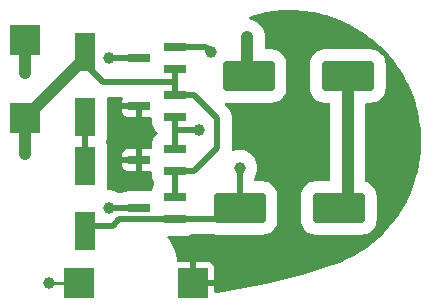
<source format=gbr>
%TF.GenerationSoftware,KiCad,Pcbnew,(6.0.1)*%
%TF.CreationDate,2022-02-14T16:30:39+01:00*%
%TF.ProjectId,Gleichrichter_Fernlicht,476c6569-6368-4726-9963-687465725f46,rev?*%
%TF.SameCoordinates,Original*%
%TF.FileFunction,Copper,L2,Bot*%
%TF.FilePolarity,Positive*%
%FSLAX46Y46*%
G04 Gerber Fmt 4.6, Leading zero omitted, Abs format (unit mm)*
G04 Created by KiCad (PCBNEW (6.0.1)) date 2022-02-14 16:30:39*
%MOMM*%
%LPD*%
G01*
G04 APERTURE LIST*
G04 Aperture macros list*
%AMRoundRect*
0 Rectangle with rounded corners*
0 $1 Rounding radius*
0 $2 $3 $4 $5 $6 $7 $8 $9 X,Y pos of 4 corners*
0 Add a 4 corners polygon primitive as box body*
4,1,4,$2,$3,$4,$5,$6,$7,$8,$9,$2,$3,0*
0 Add four circle primitives for the rounded corners*
1,1,$1+$1,$2,$3*
1,1,$1+$1,$4,$5*
1,1,$1+$1,$6,$7*
1,1,$1+$1,$8,$9*
0 Add four rect primitives between the rounded corners*
20,1,$1+$1,$2,$3,$4,$5,0*
20,1,$1+$1,$4,$5,$6,$7,0*
20,1,$1+$1,$6,$7,$8,$9,0*
20,1,$1+$1,$8,$9,$2,$3,0*%
G04 Aperture macros list end*
%TA.AperFunction,SMDPad,CuDef*%
%ADD10RoundRect,0.250000X1.950000X1.000000X-1.950000X1.000000X-1.950000X-1.000000X1.950000X-1.000000X0*%
%TD*%
%TA.AperFunction,SMDPad,CuDef*%
%ADD11R,1.900000X0.800000*%
%TD*%
%TA.AperFunction,SMDPad,CuDef*%
%ADD12R,2.500000X2.500000*%
%TD*%
%TA.AperFunction,SMDPad,CuDef*%
%ADD13R,1.700000X3.300000*%
%TD*%
%TA.AperFunction,ViaPad*%
%ADD14C,1.000000*%
%TD*%
%TA.AperFunction,Conductor*%
%ADD15C,0.500000*%
%TD*%
%TA.AperFunction,Conductor*%
%ADD16C,1.000000*%
%TD*%
%TA.AperFunction,Conductor*%
%ADD17C,0.250000*%
%TD*%
G04 APERTURE END LIST*
D10*
%TO.P,C1,1*%
%TO.N,Net-(C1-Pad1)*%
X162442000Y-103124000D03*
%TO.P,C1,2*%
%TO.N,DYN_1*%
X154042000Y-103124000D03*
%TD*%
D11*
%TO.P,Q4,1,G*%
%TO.N,Net-(C2-Pad2)*%
X147804000Y-100650000D03*
%TO.P,Q4,2,D*%
%TO.N,DYN_2*%
X147804000Y-102550000D03*
%TO.P,Q4,3,S*%
%TO.N,DC+*%
X144804000Y-101600000D03*
%TD*%
D12*
%TO.P,TP2,1,1*%
%TO.N,DC-*%
X149352000Y-120650000D03*
%TD*%
D11*
%TO.P,Q2,1,G*%
%TO.N,DYN_2*%
X147804000Y-113350000D03*
%TO.P,Q2,2,D*%
%TO.N,Net-(C2-Pad2)*%
X147804000Y-115250000D03*
%TO.P,Q2,3,S*%
%TO.N,DC+*%
X144804000Y-114300000D03*
%TD*%
D10*
%TO.P,C2,1*%
%TO.N,Net-(C1-Pad1)*%
X161680000Y-114300000D03*
%TO.P,C2,2*%
%TO.N,Net-(C2-Pad2)*%
X153280000Y-114300000D03*
%TD*%
D12*
%TO.P,TP4,1,1*%
%TO.N,DYN_2*%
X135128000Y-106680000D03*
%TD*%
%TO.P,TP3,1,1*%
%TO.N,DC+*%
X139700000Y-120650000D03*
%TD*%
D11*
%TO.P,Q1,1,G*%
%TO.N,DYN_2*%
X147804000Y-104714000D03*
%TO.P,Q1,2,D*%
%TO.N,Net-(C2-Pad2)*%
X147804000Y-106614000D03*
%TO.P,Q1,3,S*%
%TO.N,DC-*%
X144804000Y-105664000D03*
%TD*%
D13*
%TO.P,D2,1,K*%
%TO.N,DYN_2*%
X140208000Y-101136000D03*
%TO.P,D2,2,A*%
%TO.N,Net-(D1-Pad2)*%
X140208000Y-106636000D03*
%TD*%
D11*
%TO.P,Q3,1,G*%
%TO.N,Net-(C2-Pad2)*%
X147804000Y-109286000D03*
%TO.P,Q3,2,D*%
%TO.N,DYN_2*%
X147804000Y-111186000D03*
%TO.P,Q3,3,S*%
%TO.N,DC-*%
X144804000Y-110236000D03*
%TD*%
D12*
%TO.P,TP1,1,1*%
%TO.N,DYN_1*%
X135128000Y-100076000D03*
%TD*%
D13*
%TO.P,D1,1,K*%
%TO.N,Net-(C2-Pad2)*%
X140208000Y-116288000D03*
%TO.P,D1,2,A*%
%TO.N,Net-(D1-Pad2)*%
X140208000Y-110788000D03*
%TD*%
D14*
%TO.N,DYN_1*%
X135128000Y-102870000D03*
X153924000Y-99822000D03*
%TO.N,Net-(C2-Pad2)*%
X149836000Y-107720000D03*
X153280000Y-110880000D03*
X150876000Y-101092000D03*
%TO.N,DYN_2*%
X135128000Y-109728000D03*
%TO.N,DC-*%
X144804000Y-107950000D03*
X149352000Y-117348000D03*
%TO.N,DC+*%
X142240000Y-101600000D03*
X142240000Y-114300000D03*
X137160000Y-120650000D03*
%TD*%
D15*
%TO.N,Net-(C2-Pad2)*%
X142544800Y-115824000D02*
X140672000Y-115824000D01*
X143118800Y-115250000D02*
X142544800Y-115824000D01*
X147804000Y-115250000D02*
X143118800Y-115250000D01*
D16*
%TO.N,DYN_2*%
X140208000Y-101600000D02*
X140208000Y-101136000D01*
X135128000Y-106680000D02*
X140208000Y-101600000D01*
%TO.N,Net-(C1-Pad1)*%
X162442000Y-103124000D02*
X162442000Y-113538000D01*
X162442000Y-113538000D02*
X161680000Y-114300000D01*
D17*
%TO.N,DYN_1*%
X154042000Y-103124000D02*
X153924000Y-103006000D01*
D16*
X153924000Y-103006000D02*
X153924000Y-99822000D01*
X135128000Y-102870000D02*
X135128000Y-100076000D01*
D15*
%TO.N,Net-(C2-Pad2)*%
X150302000Y-115250000D02*
X152330000Y-115250000D01*
X147804000Y-115250000D02*
X150302000Y-115250000D01*
X147804000Y-107720000D02*
X147804000Y-106614000D01*
X150876000Y-101092000D02*
X150434000Y-100650000D01*
X147804000Y-109286000D02*
X147804000Y-107720000D01*
D17*
X152330000Y-115250000D02*
X153280000Y-114300000D01*
X140672000Y-115824000D02*
X140208000Y-116288000D01*
D15*
X150434000Y-100650000D02*
X149860000Y-100650000D01*
X147804000Y-107720000D02*
X149836000Y-107720000D01*
X147804000Y-100650000D02*
X149926000Y-100650000D01*
X153280000Y-114300000D02*
X153280000Y-110880000D01*
%TO.N,Net-(D1-Pad2)*%
X140208000Y-106636000D02*
X140208000Y-110788000D01*
%TO.N,DYN_2*%
X147804000Y-103656000D02*
X147804000Y-102550000D01*
X151384000Y-106680000D02*
X149418000Y-104714000D01*
X151384000Y-109220000D02*
X151384000Y-106680000D01*
X147804000Y-113350000D02*
X147804000Y-111186000D01*
D16*
X135128000Y-106680000D02*
X135128000Y-109728000D01*
D15*
X141756000Y-103656000D02*
X147804000Y-103656000D01*
X149418000Y-104714000D02*
X147804000Y-104714000D01*
D17*
X140208000Y-101136000D02*
X140208000Y-102108000D01*
D15*
X149418000Y-111186000D02*
X151384000Y-109220000D01*
X140208000Y-102108000D02*
X141756000Y-103656000D01*
X147804000Y-111186000D02*
X149418000Y-111186000D01*
X147804000Y-104714000D02*
X147804000Y-103656000D01*
%TO.N,DC-*%
X144804000Y-110236000D02*
X144804000Y-105664000D01*
X149352000Y-120650000D02*
X149352000Y-117348000D01*
D17*
%TO.N,DC+*%
X139700000Y-120650000D02*
X137160000Y-120650000D01*
D15*
X144804000Y-114300000D02*
X142240000Y-114300000D01*
X144804000Y-101600000D02*
X142240000Y-101600000D01*
%TD*%
%TA.AperFunction,Conductor*%
%TO.N,DC-*%
G36*
X157810567Y-97554490D02*
G01*
X158143714Y-97562035D01*
X158151080Y-97562418D01*
X158558435Y-97595639D01*
X158793337Y-97614796D01*
X158800690Y-97615614D01*
X159438733Y-97705592D01*
X159446025Y-97706839D01*
X160077724Y-97834118D01*
X160084930Y-97835792D01*
X160708072Y-97999929D01*
X160715129Y-98002011D01*
X161066072Y-98116863D01*
X161327549Y-98202436D01*
X161334510Y-98204942D01*
X161934116Y-98440967D01*
X161940918Y-98443878D01*
X162165591Y-98547935D01*
X162485463Y-98696083D01*
X162525627Y-98714685D01*
X162532240Y-98717987D01*
X163100059Y-99022652D01*
X163106458Y-99026331D01*
X163251113Y-99115256D01*
X163655406Y-99363792D01*
X163661593Y-99367850D01*
X164189794Y-99736953D01*
X164195731Y-99741367D01*
X164355758Y-99867796D01*
X164630302Y-100084698D01*
X164701348Y-100140828D01*
X164707011Y-100145579D01*
X165188326Y-100574042D01*
X165193684Y-100579100D01*
X165647336Y-101033386D01*
X165649016Y-101035068D01*
X165654083Y-101040448D01*
X165956400Y-101381014D01*
X166081871Y-101522360D01*
X166086612Y-101528028D01*
X166367466Y-101884540D01*
X166485373Y-102034209D01*
X166489778Y-102040151D01*
X166653635Y-102275336D01*
X166858140Y-102568864D01*
X166862187Y-102575053D01*
X167197436Y-103122114D01*
X167198879Y-103124469D01*
X167202557Y-103130886D01*
X167407496Y-103514124D01*
X167506423Y-103699118D01*
X167509719Y-103705742D01*
X167779712Y-104290836D01*
X167782613Y-104297642D01*
X168017793Y-104897557D01*
X168020289Y-104904518D01*
X168028385Y-104929375D01*
X168219857Y-105517216D01*
X168221941Y-105524315D01*
X168241005Y-105597105D01*
X168376776Y-106115490D01*
X168385206Y-106147678D01*
X168386867Y-106154878D01*
X168469127Y-106566105D01*
X168513260Y-106786731D01*
X168514498Y-106794026D01*
X168603589Y-107432224D01*
X168604396Y-107439578D01*
X168655873Y-108081877D01*
X168656248Y-108089266D01*
X168669938Y-108733508D01*
X168669878Y-108740906D01*
X168645733Y-109384845D01*
X168645238Y-109392227D01*
X168631726Y-109532243D01*
X168583893Y-110027900D01*
X168583343Y-110033597D01*
X168582418Y-110040928D01*
X168483303Y-110675532D01*
X168482978Y-110677611D01*
X168481625Y-110684870D01*
X168354668Y-111269999D01*
X168344991Y-111314599D01*
X168343212Y-111321776D01*
X168311791Y-111434264D01*
X168169850Y-111942409D01*
X168167651Y-111949473D01*
X167958165Y-112558848D01*
X167955555Y-112565771D01*
X167710670Y-113161787D01*
X167707659Y-113168545D01*
X167428206Y-113749176D01*
X167424803Y-113755746D01*
X167111749Y-114318980D01*
X167107966Y-114325338D01*
X166762410Y-114869201D01*
X166758261Y-114875327D01*
X166467390Y-115278697D01*
X166381359Y-115398001D01*
X166376862Y-115403866D01*
X166296204Y-115502902D01*
X165969938Y-115903508D01*
X165965110Y-115909093D01*
X165529555Y-116383998D01*
X165524413Y-116389285D01*
X165061732Y-116837810D01*
X165056271Y-116842801D01*
X164568076Y-117263385D01*
X164562331Y-117268047D01*
X164050315Y-117659235D01*
X164044311Y-117663550D01*
X163632061Y-117941779D01*
X163510175Y-118024040D01*
X163503923Y-118027997D01*
X162949573Y-118356502D01*
X162943100Y-118360085D01*
X162370425Y-118655486D01*
X162363754Y-118658682D01*
X161774711Y-118919970D01*
X161767899Y-118922756D01*
X161211271Y-119131494D01*
X161194225Y-119136547D01*
X161172946Y-119141251D01*
X161172882Y-119141279D01*
X161172810Y-119141295D01*
X161148519Y-119151945D01*
X161131941Y-119159213D01*
X161120496Y-119163580D01*
X159861527Y-119575109D01*
X159858318Y-119576111D01*
X158549343Y-119965657D01*
X158546109Y-119966572D01*
X157227299Y-120321039D01*
X157224042Y-120321869D01*
X155896112Y-120641062D01*
X155892833Y-120641803D01*
X155400366Y-120746364D01*
X154556987Y-120925432D01*
X154553722Y-120926081D01*
X153210667Y-121173997D01*
X153207400Y-121174555D01*
X152283807Y-121319681D01*
X151858233Y-121386552D01*
X151854905Y-121387029D01*
X151252231Y-121465318D01*
X151182102Y-121454258D01*
X151129084Y-121407039D01*
X151110000Y-121340368D01*
X151110000Y-120922115D01*
X151105525Y-120906876D01*
X151104135Y-120905671D01*
X151096452Y-120904000D01*
X149224000Y-120904000D01*
X149155879Y-120883998D01*
X149109386Y-120830342D01*
X149098000Y-120778000D01*
X149098000Y-120377885D01*
X149606000Y-120377885D01*
X149610475Y-120393124D01*
X149611865Y-120394329D01*
X149619548Y-120396000D01*
X151091884Y-120396000D01*
X151107123Y-120391525D01*
X151108328Y-120390135D01*
X151109999Y-120382452D01*
X151109999Y-119355331D01*
X151109629Y-119348510D01*
X151104105Y-119297648D01*
X151100479Y-119282396D01*
X151055324Y-119161946D01*
X151046786Y-119146351D01*
X150970285Y-119044276D01*
X150957724Y-119031715D01*
X150855649Y-118955214D01*
X150840054Y-118946676D01*
X150719606Y-118901522D01*
X150704351Y-118897895D01*
X150653486Y-118892369D01*
X150646672Y-118892000D01*
X149624115Y-118892000D01*
X149608876Y-118896475D01*
X149607671Y-118897865D01*
X149606000Y-118905548D01*
X149606000Y-120377885D01*
X149098000Y-120377885D01*
X149098000Y-118910116D01*
X149093525Y-118894877D01*
X149092135Y-118893672D01*
X149084452Y-118892001D01*
X148135319Y-118892001D01*
X148067198Y-118871999D01*
X148020705Y-118818343D01*
X148009716Y-118775997D01*
X148000939Y-118665710D01*
X148000674Y-118662379D01*
X147982737Y-118566993D01*
X147932352Y-118299055D01*
X147932350Y-118299047D01*
X147931734Y-118295771D01*
X147824227Y-117938565D01*
X147679371Y-117594805D01*
X147677752Y-117591878D01*
X147677748Y-117591870D01*
X147500429Y-117271320D01*
X147500425Y-117271314D01*
X147498805Y-117268385D01*
X147496878Y-117265638D01*
X147286511Y-116965758D01*
X147286509Y-116965755D01*
X147284576Y-116963000D01*
X147194049Y-116859410D01*
X147164286Y-116794956D01*
X147174094Y-116724640D01*
X147220361Y-116670789D01*
X147288927Y-116650500D01*
X148811816Y-116650500D01*
X148814603Y-116650251D01*
X148814609Y-116650251D01*
X148900455Y-116642589D01*
X148932087Y-116639766D01*
X149127470Y-116583741D01*
X149259269Y-116514838D01*
X149317644Y-116500500D01*
X150961037Y-116500500D01*
X150992372Y-116504459D01*
X151127098Y-116539051D01*
X151191232Y-116544267D01*
X151265311Y-116550293D01*
X151265323Y-116550293D01*
X151267862Y-116550500D01*
X155292138Y-116550500D01*
X155294677Y-116550293D01*
X155294689Y-116550293D01*
X155368768Y-116544267D01*
X155432902Y-116539051D01*
X155649113Y-116483537D01*
X155654216Y-116481201D01*
X155654218Y-116481200D01*
X155725915Y-116448374D01*
X155852075Y-116390614D01*
X155861619Y-116383981D01*
X156030767Y-116266420D01*
X156030769Y-116266418D01*
X156035375Y-116263217D01*
X156193217Y-116105375D01*
X156320614Y-115922075D01*
X156413537Y-115719113D01*
X156469051Y-115502902D01*
X156477106Y-115403872D01*
X156480293Y-115364689D01*
X156480293Y-115364677D01*
X156480500Y-115362138D01*
X158479500Y-115362138D01*
X158479707Y-115364677D01*
X158479707Y-115364689D01*
X158482894Y-115403872D01*
X158490949Y-115502902D01*
X158546463Y-115719113D01*
X158639386Y-115922075D01*
X158766783Y-116105375D01*
X158924625Y-116263217D01*
X158929231Y-116266418D01*
X158929233Y-116266420D01*
X159098381Y-116383981D01*
X159107925Y-116390614D01*
X159234085Y-116448374D01*
X159305782Y-116481200D01*
X159305784Y-116481201D01*
X159310887Y-116483537D01*
X159527098Y-116539051D01*
X159591232Y-116544267D01*
X159665311Y-116550293D01*
X159665323Y-116550293D01*
X159667862Y-116550500D01*
X163692138Y-116550500D01*
X163694677Y-116550293D01*
X163694689Y-116550293D01*
X163768768Y-116544267D01*
X163832902Y-116539051D01*
X164049113Y-116483537D01*
X164054216Y-116481201D01*
X164054218Y-116481200D01*
X164125915Y-116448374D01*
X164252075Y-116390614D01*
X164261619Y-116383981D01*
X164430767Y-116266420D01*
X164430769Y-116266418D01*
X164435375Y-116263217D01*
X164593217Y-116105375D01*
X164720614Y-115922075D01*
X164813537Y-115719113D01*
X164869051Y-115502902D01*
X164877106Y-115403872D01*
X164880293Y-115364689D01*
X164880293Y-115364677D01*
X164880500Y-115362138D01*
X164880500Y-113237862D01*
X164869051Y-113097098D01*
X164813537Y-112880887D01*
X164784346Y-112817127D01*
X164761006Y-112766149D01*
X164720614Y-112677925D01*
X164681644Y-112621854D01*
X164596420Y-112499233D01*
X164596418Y-112499231D01*
X164593217Y-112494625D01*
X164435375Y-112336783D01*
X164430769Y-112333582D01*
X164430767Y-112333580D01*
X164256681Y-112212587D01*
X164256679Y-112212586D01*
X164252075Y-112209386D01*
X164107853Y-112143356D01*
X164054218Y-112118800D01*
X164054216Y-112118799D01*
X164049113Y-112116463D01*
X164037160Y-112113394D01*
X163976157Y-112077079D01*
X163944470Y-112013546D01*
X163942500Y-111991354D01*
X163942500Y-105500500D01*
X163962502Y-105432379D01*
X164016158Y-105385886D01*
X164068500Y-105374500D01*
X164454138Y-105374500D01*
X164456677Y-105374293D01*
X164456689Y-105374293D01*
X164530768Y-105368267D01*
X164594902Y-105363051D01*
X164811113Y-105307537D01*
X164816216Y-105305201D01*
X164816218Y-105305200D01*
X164887915Y-105272374D01*
X165014075Y-105214614D01*
X165018681Y-105211413D01*
X165192767Y-105090420D01*
X165192769Y-105090418D01*
X165197375Y-105087217D01*
X165355217Y-104929375D01*
X165482614Y-104746075D01*
X165575537Y-104543113D01*
X165631051Y-104326902D01*
X165638573Y-104234417D01*
X165642293Y-104188689D01*
X165642293Y-104188677D01*
X165642500Y-104186138D01*
X165642500Y-102061862D01*
X165640815Y-102041138D01*
X165631486Y-101926451D01*
X165631051Y-101921098D01*
X165575537Y-101704887D01*
X165482614Y-101501925D01*
X165398579Y-101381014D01*
X165358420Y-101323233D01*
X165358418Y-101323231D01*
X165355217Y-101318625D01*
X165197375Y-101160783D01*
X165192769Y-101157582D01*
X165192767Y-101157580D01*
X165018681Y-101036587D01*
X165018679Y-101036586D01*
X165014075Y-101033386D01*
X164887915Y-100975626D01*
X164816218Y-100942800D01*
X164816216Y-100942799D01*
X164811113Y-100940463D01*
X164594902Y-100884949D01*
X164530768Y-100879733D01*
X164456689Y-100873707D01*
X164456677Y-100873707D01*
X164454138Y-100873500D01*
X160429862Y-100873500D01*
X160427323Y-100873707D01*
X160427311Y-100873707D01*
X160353232Y-100879733D01*
X160289098Y-100884949D01*
X160072887Y-100940463D01*
X160067784Y-100942799D01*
X160067782Y-100942800D01*
X159996085Y-100975626D01*
X159869925Y-101033386D01*
X159865321Y-101036586D01*
X159865319Y-101036587D01*
X159691233Y-101157580D01*
X159691231Y-101157582D01*
X159686625Y-101160783D01*
X159528783Y-101318625D01*
X159525582Y-101323231D01*
X159525580Y-101323233D01*
X159485421Y-101381014D01*
X159401386Y-101501925D01*
X159308463Y-101704887D01*
X159252949Y-101921098D01*
X159252514Y-101926451D01*
X159243186Y-102041138D01*
X159241500Y-102061862D01*
X159241500Y-104186138D01*
X159241707Y-104188677D01*
X159241707Y-104188689D01*
X159245427Y-104234417D01*
X159252949Y-104326902D01*
X159308463Y-104543113D01*
X159401386Y-104746075D01*
X159528783Y-104929375D01*
X159686625Y-105087217D01*
X159691231Y-105090418D01*
X159691233Y-105090420D01*
X159865319Y-105211413D01*
X159869925Y-105214614D01*
X159996085Y-105272374D01*
X160067782Y-105305200D01*
X160067784Y-105305201D01*
X160072887Y-105307537D01*
X160289098Y-105363051D01*
X160353232Y-105368267D01*
X160427311Y-105374293D01*
X160427323Y-105374293D01*
X160429862Y-105374500D01*
X160815500Y-105374500D01*
X160883621Y-105394502D01*
X160930114Y-105448158D01*
X160941500Y-105500500D01*
X160941500Y-111923500D01*
X160921498Y-111991621D01*
X160867842Y-112038114D01*
X160815500Y-112049500D01*
X159667862Y-112049500D01*
X159665323Y-112049707D01*
X159665311Y-112049707D01*
X159591232Y-112055733D01*
X159527098Y-112060949D01*
X159310887Y-112116463D01*
X159305784Y-112118799D01*
X159305782Y-112118800D01*
X159252147Y-112143356D01*
X159107925Y-112209386D01*
X159103321Y-112212586D01*
X159103319Y-112212587D01*
X158929233Y-112333580D01*
X158929231Y-112333582D01*
X158924625Y-112336783D01*
X158766783Y-112494625D01*
X158763582Y-112499231D01*
X158763580Y-112499233D01*
X158678356Y-112621854D01*
X158639386Y-112677925D01*
X158598994Y-112766149D01*
X158575655Y-112817127D01*
X158546463Y-112880887D01*
X158490949Y-113097098D01*
X158479500Y-113237862D01*
X158479500Y-115362138D01*
X156480500Y-115362138D01*
X156480500Y-113237862D01*
X156469051Y-113097098D01*
X156413537Y-112880887D01*
X156384346Y-112817127D01*
X156361006Y-112766149D01*
X156320614Y-112677925D01*
X156281644Y-112621854D01*
X156196420Y-112499233D01*
X156196418Y-112499231D01*
X156193217Y-112494625D01*
X156035375Y-112336783D01*
X156030769Y-112333582D01*
X156030767Y-112333580D01*
X155856681Y-112212587D01*
X155856679Y-112212586D01*
X155852075Y-112209386D01*
X155707853Y-112143356D01*
X155654218Y-112118800D01*
X155654216Y-112118799D01*
X155649113Y-112116463D01*
X155432902Y-112060949D01*
X155368768Y-112055733D01*
X155294689Y-112049707D01*
X155294677Y-112049707D01*
X155292138Y-112049500D01*
X154656500Y-112049500D01*
X154588379Y-112029498D01*
X154541886Y-111975842D01*
X154530500Y-111923500D01*
X154530500Y-111751827D01*
X154554177Y-111678301D01*
X154567569Y-111659664D01*
X154570588Y-111655463D01*
X154679911Y-111434264D01*
X154713045Y-111325207D01*
X154750135Y-111203132D01*
X154750136Y-111203126D01*
X154751639Y-111198180D01*
X154776337Y-111010579D01*
X154783408Y-110956872D01*
X154783409Y-110956866D01*
X154783845Y-110953550D01*
X154784223Y-110938088D01*
X154785561Y-110883364D01*
X154785561Y-110883360D01*
X154785643Y-110880000D01*
X154772846Y-110724354D01*
X154765849Y-110639240D01*
X154765848Y-110639234D01*
X154765425Y-110634089D01*
X154705316Y-110394783D01*
X154606928Y-110168507D01*
X154472905Y-109961339D01*
X154306846Y-109778842D01*
X154302795Y-109775643D01*
X154302791Y-109775639D01*
X154117264Y-109629119D01*
X154117259Y-109629116D01*
X154113210Y-109625918D01*
X154108694Y-109623425D01*
X154108691Y-109623423D01*
X153901722Y-109509170D01*
X153901718Y-109509168D01*
X153897198Y-109506673D01*
X153892329Y-109504949D01*
X153892325Y-109504947D01*
X153669485Y-109426035D01*
X153669481Y-109426034D01*
X153664610Y-109424309D01*
X153659517Y-109423402D01*
X153659514Y-109423401D01*
X153426783Y-109381945D01*
X153426777Y-109381944D01*
X153421694Y-109381039D01*
X153342324Y-109380069D01*
X153180142Y-109378088D01*
X153180140Y-109378088D01*
X153174972Y-109378025D01*
X152931070Y-109415347D01*
X152831345Y-109447942D01*
X152798596Y-109458646D01*
X152727632Y-109460797D01*
X152666770Y-109424241D01*
X152635334Y-109360583D01*
X152635132Y-109323110D01*
X152634864Y-109323090D01*
X152635113Y-109319694D01*
X152635107Y-109318523D01*
X152635274Y-109317501D01*
X152635274Y-109317498D01*
X152636182Y-109311954D01*
X152634516Y-109205894D01*
X152634500Y-109203916D01*
X152634500Y-106770862D01*
X152635578Y-106754415D01*
X152637720Y-106738147D01*
X152637720Y-106738145D01*
X152638453Y-106732578D01*
X152634640Y-106651729D01*
X152634500Y-106645793D01*
X152634500Y-106623370D01*
X152632196Y-106597548D01*
X152631837Y-106592287D01*
X152630026Y-106553884D01*
X152627937Y-106509602D01*
X152626686Y-106504139D01*
X152626685Y-106504133D01*
X152623972Y-106492289D01*
X152621290Y-106475355D01*
X152620210Y-106463257D01*
X152619711Y-106457661D01*
X152597869Y-106377819D01*
X152596583Y-106372701D01*
X152579355Y-106297479D01*
X152579355Y-106297478D01*
X152578103Y-106292013D01*
X152575905Y-106286859D01*
X152575901Y-106286848D01*
X152571134Y-106275674D01*
X152565495Y-106259483D01*
X152562290Y-106247767D01*
X152560808Y-106242349D01*
X152525165Y-106167623D01*
X152523007Y-106162843D01*
X152499900Y-106108669D01*
X152490524Y-106086687D01*
X152480764Y-106071829D01*
X152472358Y-106056909D01*
X152464708Y-106040871D01*
X152461433Y-106036313D01*
X152416402Y-105973646D01*
X152413413Y-105969297D01*
X152370506Y-105903977D01*
X152367970Y-105900116D01*
X152364896Y-105896666D01*
X152364890Y-105896658D01*
X152349596Y-105879492D01*
X152341352Y-105869203D01*
X152340293Y-105867729D01*
X152334448Y-105859595D01*
X152258209Y-105785714D01*
X152256799Y-105784325D01*
X152062069Y-105589595D01*
X152028043Y-105527283D01*
X152033108Y-105456468D01*
X152075655Y-105399632D01*
X152142175Y-105374821D01*
X152151164Y-105374500D01*
X156054138Y-105374500D01*
X156056677Y-105374293D01*
X156056689Y-105374293D01*
X156130768Y-105368267D01*
X156194902Y-105363051D01*
X156411113Y-105307537D01*
X156416216Y-105305201D01*
X156416218Y-105305200D01*
X156487915Y-105272374D01*
X156614075Y-105214614D01*
X156618681Y-105211413D01*
X156792767Y-105090420D01*
X156792769Y-105090418D01*
X156797375Y-105087217D01*
X156955217Y-104929375D01*
X157082614Y-104746075D01*
X157175537Y-104543113D01*
X157231051Y-104326902D01*
X157238573Y-104234417D01*
X157242293Y-104188689D01*
X157242293Y-104188677D01*
X157242500Y-104186138D01*
X157242500Y-102061862D01*
X157240815Y-102041138D01*
X157231486Y-101926451D01*
X157231051Y-101921098D01*
X157175537Y-101704887D01*
X157082614Y-101501925D01*
X156998579Y-101381014D01*
X156958420Y-101323233D01*
X156958418Y-101323231D01*
X156955217Y-101318625D01*
X156797375Y-101160783D01*
X156792769Y-101157582D01*
X156792767Y-101157580D01*
X156618681Y-101036587D01*
X156618679Y-101036586D01*
X156614075Y-101033386D01*
X156487915Y-100975626D01*
X156416218Y-100942800D01*
X156416216Y-100942799D01*
X156411113Y-100940463D01*
X156194902Y-100884949D01*
X156130768Y-100879733D01*
X156056689Y-100873707D01*
X156056677Y-100873707D01*
X156054138Y-100873500D01*
X155550500Y-100873500D01*
X155482379Y-100853498D01*
X155435886Y-100799842D01*
X155424500Y-100747500D01*
X155424500Y-99929216D01*
X155425578Y-99912770D01*
X155427408Y-99898872D01*
X155427408Y-99898866D01*
X155427845Y-99895550D01*
X155428310Y-99876530D01*
X155429561Y-99825364D01*
X155429561Y-99825360D01*
X155429643Y-99822000D01*
X155414376Y-99636309D01*
X155409849Y-99581240D01*
X155409848Y-99581234D01*
X155409425Y-99576089D01*
X155349316Y-99336783D01*
X155260666Y-99132903D01*
X155252993Y-99115256D01*
X155252993Y-99115255D01*
X155250928Y-99110507D01*
X155116905Y-98903339D01*
X155105911Y-98891256D01*
X155001499Y-98776509D01*
X154950846Y-98720842D01*
X154946795Y-98717643D01*
X154946791Y-98717639D01*
X154761264Y-98571119D01*
X154761259Y-98571116D01*
X154757210Y-98567918D01*
X154752694Y-98565425D01*
X154752691Y-98565423D01*
X154545722Y-98451170D01*
X154545718Y-98451168D01*
X154541198Y-98448673D01*
X154536329Y-98446949D01*
X154536325Y-98446947D01*
X154313485Y-98368035D01*
X154313481Y-98368034D01*
X154308610Y-98366309D01*
X154303517Y-98365402D01*
X154303514Y-98365401D01*
X154240343Y-98354149D01*
X154154414Y-98338842D01*
X154090858Y-98307205D01*
X154054494Y-98246228D01*
X154056871Y-98175271D01*
X154097232Y-98116863D01*
X154135715Y-98095583D01*
X154282825Y-98045240D01*
X154289892Y-98043051D01*
X154910762Y-97870557D01*
X154917946Y-97868787D01*
X155547847Y-97733037D01*
X155555122Y-97731691D01*
X156191930Y-97633141D01*
X156199272Y-97632225D01*
X156840746Y-97571225D01*
X156848128Y-97570741D01*
X157492081Y-97547495D01*
X157499480Y-97547445D01*
X157810567Y-97554490D01*
G37*
%TD.AperFunction*%
%TA.AperFunction,Conductor*%
G36*
X143331777Y-104926502D02*
G01*
X143378270Y-104980158D01*
X143388374Y-105050432D01*
X143381638Y-105076730D01*
X143355522Y-105146394D01*
X143351895Y-105161649D01*
X143346369Y-105212514D01*
X143346000Y-105219328D01*
X143346000Y-105391885D01*
X143350475Y-105407124D01*
X143351865Y-105408329D01*
X143359548Y-105410000D01*
X144932000Y-105410000D01*
X145000121Y-105430002D01*
X145046614Y-105483658D01*
X145058000Y-105536000D01*
X145058000Y-106553884D01*
X145062475Y-106569123D01*
X145063865Y-106570328D01*
X145071548Y-106571999D01*
X145727500Y-106571999D01*
X145795621Y-106592001D01*
X145842114Y-106645657D01*
X145853500Y-106697999D01*
X145853500Y-107071816D01*
X145864234Y-107192087D01*
X145920259Y-107387470D01*
X146014427Y-107567596D01*
X146142891Y-107725109D01*
X146147831Y-107729138D01*
X146298913Y-107852357D01*
X146339061Y-107910912D01*
X146341178Y-107981877D01*
X146304593Y-108042721D01*
X146298912Y-108047643D01*
X146142891Y-108174891D01*
X146014427Y-108332404D01*
X145920259Y-108512530D01*
X145864234Y-108707913D01*
X145863701Y-108713886D01*
X145858634Y-108770664D01*
X145853500Y-108828184D01*
X145853500Y-109202000D01*
X145833498Y-109270121D01*
X145779842Y-109316614D01*
X145727500Y-109328000D01*
X145076115Y-109328000D01*
X145060876Y-109332475D01*
X145059671Y-109333865D01*
X145058000Y-109341548D01*
X145058000Y-111125884D01*
X145062475Y-111141123D01*
X145063865Y-111142328D01*
X145071548Y-111143999D01*
X145727500Y-111143999D01*
X145795621Y-111164001D01*
X145842114Y-111217657D01*
X145853500Y-111269999D01*
X145853500Y-111643816D01*
X145864234Y-111764087D01*
X145920259Y-111959470D01*
X146014427Y-112139596D01*
X146054203Y-112188367D01*
X146081756Y-112253796D01*
X146069561Y-112323737D01*
X146054206Y-112347630D01*
X146014427Y-112396404D01*
X145920259Y-112576530D01*
X145864234Y-112771913D01*
X145863701Y-112777886D01*
X145863701Y-112777887D01*
X145863093Y-112784698D01*
X145837117Y-112850771D01*
X145779541Y-112892312D01*
X145737592Y-112899500D01*
X143796184Y-112899500D01*
X143793397Y-112899749D01*
X143793391Y-112899749D01*
X143707545Y-112907411D01*
X143675913Y-112910234D01*
X143480530Y-112966259D01*
X143351319Y-113033809D01*
X143348731Y-113035162D01*
X143290356Y-113049500D01*
X143112169Y-113049500D01*
X143051276Y-113033809D01*
X142861727Y-112929173D01*
X142861726Y-112929172D01*
X142857198Y-112926673D01*
X142852329Y-112924949D01*
X142852325Y-112924947D01*
X142629485Y-112846035D01*
X142629481Y-112846034D01*
X142624610Y-112844309D01*
X142619517Y-112843402D01*
X142619514Y-112843401D01*
X142386783Y-112801945D01*
X142386777Y-112801944D01*
X142381694Y-112801039D01*
X142237307Y-112799275D01*
X142161170Y-112798345D01*
X142093299Y-112777512D01*
X142047465Y-112723292D01*
X142038220Y-112652900D01*
X142041591Y-112637622D01*
X142046113Y-112621854D01*
X142046114Y-112621847D01*
X142047766Y-112616087D01*
X142052563Y-112562342D01*
X142058251Y-112498609D01*
X142058251Y-112498603D01*
X142058500Y-112495816D01*
X142058500Y-110680669D01*
X143346001Y-110680669D01*
X143346371Y-110687490D01*
X143351895Y-110738352D01*
X143355521Y-110753604D01*
X143400676Y-110874054D01*
X143409214Y-110889649D01*
X143485715Y-110991724D01*
X143498276Y-111004285D01*
X143600351Y-111080786D01*
X143615946Y-111089324D01*
X143736394Y-111134478D01*
X143751649Y-111138105D01*
X143802514Y-111143631D01*
X143809328Y-111144000D01*
X144531885Y-111144000D01*
X144547124Y-111139525D01*
X144548329Y-111138135D01*
X144550000Y-111130452D01*
X144550000Y-110508115D01*
X144545525Y-110492876D01*
X144544135Y-110491671D01*
X144536452Y-110490000D01*
X143364116Y-110490000D01*
X143348877Y-110494475D01*
X143347672Y-110495865D01*
X143346001Y-110503548D01*
X143346001Y-110680669D01*
X142058500Y-110680669D01*
X142058500Y-109963885D01*
X143346000Y-109963885D01*
X143350475Y-109979124D01*
X143351865Y-109980329D01*
X143359548Y-109982000D01*
X144531885Y-109982000D01*
X144547124Y-109977525D01*
X144548329Y-109976135D01*
X144550000Y-109968452D01*
X144550000Y-109346116D01*
X144545525Y-109330877D01*
X144544135Y-109329672D01*
X144536452Y-109328001D01*
X143809331Y-109328001D01*
X143802510Y-109328371D01*
X143751648Y-109333895D01*
X143736396Y-109337521D01*
X143615946Y-109382676D01*
X143600351Y-109391214D01*
X143498276Y-109467715D01*
X143485715Y-109480276D01*
X143409214Y-109582351D01*
X143400676Y-109597946D01*
X143355522Y-109718394D01*
X143351895Y-109733649D01*
X143346369Y-109784514D01*
X143346000Y-109791328D01*
X143346000Y-109963885D01*
X142058500Y-109963885D01*
X142058500Y-109080184D01*
X142047766Y-108959913D01*
X141991741Y-108764530D01*
X141988786Y-108758878D01*
X141988751Y-108758790D01*
X141982026Y-108688112D01*
X141988751Y-108665210D01*
X141988786Y-108665122D01*
X141991741Y-108659470D01*
X141998423Y-108636169D01*
X142046113Y-108469851D01*
X142047766Y-108464087D01*
X142058500Y-108343816D01*
X142058500Y-106108669D01*
X143346001Y-106108669D01*
X143346371Y-106115490D01*
X143351895Y-106166352D01*
X143355521Y-106181604D01*
X143400676Y-106302054D01*
X143409214Y-106317649D01*
X143485715Y-106419724D01*
X143498276Y-106432285D01*
X143600351Y-106508786D01*
X143615946Y-106517324D01*
X143736394Y-106562478D01*
X143751649Y-106566105D01*
X143802514Y-106571631D01*
X143809328Y-106572000D01*
X144531885Y-106572000D01*
X144547124Y-106567525D01*
X144548329Y-106566135D01*
X144550000Y-106558452D01*
X144550000Y-105936115D01*
X144545525Y-105920876D01*
X144544135Y-105919671D01*
X144536452Y-105918000D01*
X143364116Y-105918000D01*
X143348877Y-105922475D01*
X143347672Y-105923865D01*
X143346001Y-105931548D01*
X143346001Y-106108669D01*
X142058500Y-106108669D01*
X142058500Y-105032500D01*
X142078502Y-104964379D01*
X142132158Y-104917886D01*
X142184500Y-104906500D01*
X143263656Y-104906500D01*
X143331777Y-104926502D01*
G37*
%TD.AperFunction*%
%TD*%
M02*

</source>
